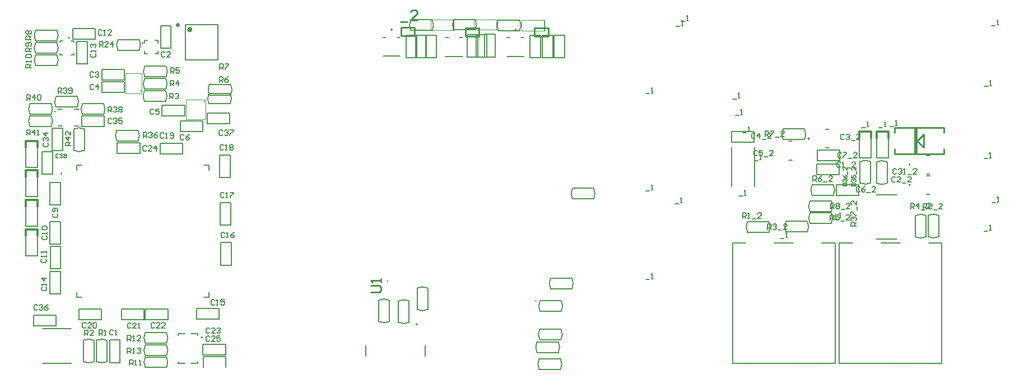
<source format=gto>
G04*
G04 #@! TF.GenerationSoftware,Altium Limited,Altium Designer,23.6.0 (18)*
G04*
G04 Layer_Color=65535*
%FSLAX44Y44*%
%MOMM*%
G71*
G04*
G04 #@! TF.SameCoordinates,A137800D-7D6B-43E2-A44D-125AE26CC9B3*
G04*
G04*
G04 #@! TF.FilePolarity,Positive*
G04*
G01*
G75*
%ADD10C,0.2000*%
%ADD11C,0.1500*%
%ADD12C,0.1270*%
%ADD13C,0.1250*%
%ADD14C,0.2500*%
%ADD15C,0.2540*%
%ADD16C,0.3500*%
%ADD17C,0.1000*%
%ADD18C,0.1524*%
%ADD19R,0.5000X4.0000*%
D10*
X961266Y781689D02*
G03*
X961266Y765788I16149J-7950D01*
G01*
X993564D02*
G03*
X993564Y781689I-16149J7950D01*
G01*
X1026266Y782439D02*
G03*
X1026266Y766538I16149J-7950D01*
G01*
X1058564D02*
G03*
X1058564Y782439I-16149J7950D01*
G01*
X1093516Y781439D02*
G03*
X1093516Y765538I16149J-7950D01*
G01*
X1125814D02*
G03*
X1125814Y781439I-16149J7950D01*
G01*
X942715Y324339D02*
G03*
X958615Y324339I7950J16149D01*
G01*
Y356637D02*
G03*
X942715Y356637I-7950J-16149D01*
G01*
X912965Y325589D02*
G03*
X928865Y325589I7950J16149D01*
G01*
Y357887D02*
G03*
X912965Y357887I-7950J-16149D01*
G01*
X1205516Y526939D02*
G03*
X1205516Y511038I16149J-7950D01*
G01*
X1237814D02*
G03*
X1237814Y526939I-16149J7950D01*
G01*
X1156016Y314189D02*
G03*
X1156016Y298288I16149J-7950D01*
G01*
X1188314D02*
G03*
X1188314Y314189I-16149J7950D01*
G01*
X1152016Y294689D02*
G03*
X1152016Y278788I16149J-7950D01*
G01*
X1184314D02*
G03*
X1184314Y294689I-16149J7950D01*
G01*
X1188814Y341038D02*
G03*
X1188814Y356939I-16149J7950D01*
G01*
X1156516D02*
G03*
X1156516Y341038I16149J-7950D01*
G01*
X970965Y343839D02*
G03*
X986865Y343839I7950J16149D01*
G01*
Y376137D02*
G03*
X970965Y376137I-7950J-16149D01*
G01*
X1187564Y253288D02*
G03*
X1187564Y269188I-16149J7950D01*
G01*
X1155266D02*
G03*
X1155266Y253288I16149J-7950D01*
G01*
X933165Y766988D02*
G03*
X933165Y766988I-1000J0D01*
G01*
X1027415Y766488D02*
G03*
X1027415Y766488I-1000J0D01*
G01*
X1120415Y766738D02*
G03*
X1120415Y766738I-1000J0D01*
G01*
X971065Y321188D02*
G03*
X971065Y321188I-1000J0D01*
G01*
X1204814Y375038D02*
G03*
X1204814Y390939I-16149J7950D01*
G01*
X1172516D02*
G03*
X1172516Y375038I16149J-7950D01*
G01*
X1563450Y602250D02*
G03*
X1563450Y602250I-1000J0D01*
G01*
X1507450Y584000D02*
G03*
X1507450Y584000I-1000J0D01*
G01*
X1502399Y460550D02*
G03*
X1502399Y476450I-16149J7950D01*
G01*
X1470101D02*
G03*
X1470101Y460550I16149J-7950D01*
G01*
X1560649Y461050D02*
G03*
X1560649Y476950I-16149J7950D01*
G01*
X1528351D02*
G03*
X1528351Y461050I16149J-7950D01*
G01*
X1564601Y489700D02*
G03*
X1564601Y473800I16149J-7950D01*
G01*
X1596899D02*
G03*
X1596899Y489700I-16149J7950D01*
G01*
X1600149Y516550D02*
G03*
X1600149Y532450I-16149J7950D01*
G01*
X1567851D02*
G03*
X1567851Y516550I16149J-7950D01*
G01*
X1524101Y616700D02*
G03*
X1524101Y600800I16149J-7950D01*
G01*
X1556399D02*
G03*
X1556399Y616700I-16149J7950D01*
G01*
X1564601Y507950D02*
G03*
X1564601Y492050I16149J-7950D01*
G01*
X1596899D02*
G03*
X1596899Y507950I-16149J7950D01*
G01*
X1681200Y566899D02*
G03*
X1665300Y566899I-7950J-16149D01*
G01*
Y534601D02*
G03*
X1681200Y534601I7950J16149D01*
G01*
X1656200Y567399D02*
G03*
X1640300Y567399I-7950J-16149D01*
G01*
Y535101D02*
G03*
X1656200Y535101I7950J16149D01*
G01*
X1716100Y532000D02*
G03*
X1716100Y532000I-1000J0D01*
G01*
X1715950Y562750D02*
G03*
X1715950Y562750I-1000J0D01*
G01*
X1743300Y453851D02*
G03*
X1759200Y453851I7950J16149D01*
G01*
Y486149D02*
G03*
X1743300Y486149I-7950J-16149D01*
G01*
X1740200Y485899D02*
G03*
X1724300Y485899I-7950J-16149D01*
G01*
Y453601D02*
G03*
X1740200Y453601I7950J16149D01*
G01*
X656101Y670700D02*
G03*
X656101Y654800I16149J-7950D01*
G01*
X688399D02*
G03*
X688399Y670700I-16149J7950D01*
G01*
X434100Y549500D02*
G03*
X434100Y549500I-1000J0D01*
G01*
X464851Y654700D02*
G03*
X464851Y638800I16149J-7950D01*
G01*
X497149D02*
G03*
X497149Y654700I-16149J7950D01*
G01*
X550899Y736050D02*
G03*
X550899Y751950I-16149J7950D01*
G01*
X518601D02*
G03*
X518601Y736050I16149J-7950D01*
G01*
X467950Y616649D02*
G03*
X452050Y616649I-7950J-16149D01*
G01*
Y584351D02*
G03*
X467950Y584351I7950J16149D01*
G01*
X424851Y665700D02*
G03*
X424851Y649800I16149J-7950D01*
G01*
X457149D02*
G03*
X457149Y665700I-16149J7950D01*
G01*
X385601Y636450D02*
G03*
X385601Y620550I16149J-7950D01*
G01*
X417899D02*
G03*
X417899Y636450I-16149J7950D01*
G01*
X385601Y654950D02*
G03*
X385601Y639050I16149J-7950D01*
G01*
X417899D02*
G03*
X417899Y654950I-16149J7950D01*
G01*
X656851Y683950D02*
G03*
X656851Y668050I16149J-7950D01*
G01*
X689149D02*
G03*
X689149Y683950I-16149J7950D01*
G01*
X592149Y274300D02*
G03*
X592149Y290200I-16149J7950D01*
G01*
X559851D02*
G03*
X559851Y274300I16149J-7950D01*
G01*
X592149Y256050D02*
G03*
X592149Y271950I-16149J7950D01*
G01*
X559851D02*
G03*
X559851Y256050I16149J-7950D01*
G01*
X646400Y301290D02*
G03*
X646400Y301290I-1000J0D01*
G01*
X559851Y308700D02*
G03*
X559851Y292800I16149J-7950D01*
G01*
X592149D02*
G03*
X592149Y308700I-16149J7950D01*
G01*
X445503Y754500D02*
G03*
X445503Y754500I-1000J0D01*
G01*
X426402Y731550D02*
G03*
X426402Y747450I-16149J7950D01*
G01*
X394104D02*
G03*
X394104Y731550I16149J-7950D01*
G01*
X426399Y712800D02*
G03*
X426399Y728700I-16149J7950D01*
G01*
X394101D02*
G03*
X394101Y712800I16149J-7950D01*
G01*
X426399Y750300D02*
G03*
X426399Y766200I-16149J7950D01*
G01*
X394101D02*
G03*
X394101Y750300I16149J-7950D01*
G01*
X591399Y695550D02*
G03*
X591399Y711450I-16149J7950D01*
G01*
X559101D02*
G03*
X559101Y695550I16149J-7950D01*
G01*
X590899Y658550D02*
G03*
X590899Y674450I-16149J7950D01*
G01*
X558601D02*
G03*
X558601Y658550I16149J-7950D01*
G01*
X591149Y677050D02*
G03*
X591149Y692950I-16149J7950D01*
G01*
X558851D02*
G03*
X558851Y677050I16149J-7950D01*
G01*
X549149Y598800D02*
G03*
X549149Y614700I-16149J7950D01*
G01*
X516851D02*
G03*
X516851Y598800I16149J-7950D01*
G01*
X501950Y297149D02*
G03*
X486050Y297149I-7950J-16149D01*
G01*
Y264851D02*
G03*
X501950Y264851I7950J16149D01*
G01*
X482450Y297149D02*
G03*
X466550Y297149I-7950J-16149D01*
G01*
Y264851D02*
G03*
X482450Y264851I7950J16149D01*
G01*
X983665Y758488D02*
X999665D01*
X983665Y724488D02*
Y758488D01*
Y724488D02*
X999665D01*
Y758488D01*
X954415Y724488D02*
X970415D01*
Y758488D01*
X954415D02*
X970415D01*
X954415Y724488D02*
Y758488D01*
X968415Y724488D02*
X984415D01*
Y758488D01*
X968415D02*
X984415D01*
X968415Y724488D02*
Y758488D01*
X1075915Y725488D02*
Y759488D01*
X1059915Y725488D02*
X1075915D01*
X1059915D02*
Y759488D01*
X1075915D01*
X1062665Y725238D02*
Y759238D01*
X1046665Y725238D02*
X1062665D01*
X1046665D02*
Y759238D01*
X1062665D01*
X1072665Y725738D02*
Y759738D01*
X1088665D01*
Y725738D02*
Y759738D01*
X1072665Y725738D02*
X1088665D01*
X1178165Y758488D02*
X1194165D01*
X1178165Y724488D02*
Y758488D01*
Y724488D02*
X1194165D01*
Y758488D01*
X1141665Y724488D02*
X1157665D01*
Y758488D01*
X1141665D02*
X1157665D01*
X1141665Y724488D02*
Y758488D01*
X1159915Y758488D02*
X1175915D01*
X1159915Y724488D02*
Y758488D01*
Y724488D02*
X1175915D01*
Y758488D01*
X961415Y765738D02*
X993415D01*
X961415Y781738D02*
X993415D01*
X1026415Y766488D02*
X1058415D01*
X1026415Y782488D02*
X1058415D01*
X1093665Y765488D02*
X1125665D01*
X1093665Y781488D02*
X1125665D01*
X942665Y324488D02*
Y356488D01*
X958665Y324488D02*
Y356488D01*
X912915Y325738D02*
Y357738D01*
X928915Y325738D02*
Y357738D01*
X1205665Y510988D02*
X1237665D01*
X1205665Y526988D02*
X1237665D01*
X1156165Y314238D02*
X1188165D01*
X1156165Y298238D02*
X1188165D01*
X1152165Y294738D02*
X1184165D01*
X1152165Y278738D02*
X1184165D01*
X1156665Y340988D02*
X1188665D01*
X1156665Y356988D02*
X1188665D01*
X970915Y343988D02*
Y375988D01*
X986915Y343988D02*
Y375988D01*
X1155415Y253238D02*
X1187415D01*
X1155415Y269238D02*
X1187415D01*
X1172665Y390988D02*
X1204665D01*
X1172665Y374988D02*
X1204665D01*
X1575000Y564000D02*
X1609000D01*
Y548000D02*
Y564000D01*
X1575000Y548000D02*
X1609000D01*
X1575000D02*
Y564000D01*
X1445750Y596500D02*
X1479750D01*
X1445750D02*
Y612500D01*
X1479750D01*
Y596500D02*
Y612500D01*
X1604500Y532250D02*
X1638500D01*
Y516250D02*
Y532250D01*
X1604500Y516250D02*
X1638500D01*
X1604500D02*
Y532250D01*
X1575750Y568750D02*
Y584750D01*
Y568750D02*
X1609750D01*
Y584750D01*
X1575750D02*
X1609750D01*
X1639250Y572750D02*
X1657250D01*
X1639250D02*
Y602750D01*
X1657250Y572750D02*
Y602750D01*
X1665250Y572750D02*
X1683250D01*
X1665250D02*
Y602750D01*
X1683250Y572750D02*
Y602750D01*
X1470250Y476500D02*
X1502250D01*
X1470250Y460500D02*
X1502250D01*
X1528500Y477000D02*
X1560500D01*
X1528500Y461000D02*
X1560500D01*
X1564750Y473750D02*
X1596750D01*
X1564750Y489750D02*
X1596750D01*
X1568000Y532500D02*
X1600000D01*
X1568000Y516500D02*
X1600000D01*
X1524250Y600750D02*
X1556250D01*
X1524250Y616750D02*
X1556250D01*
X1564750Y492000D02*
X1596750D01*
X1564750Y508000D02*
X1596750D01*
X1665250Y534750D02*
Y566750D01*
X1681250Y534750D02*
Y566750D01*
X1640250Y535250D02*
Y567250D01*
X1656250Y535250D02*
Y567250D01*
X1759250Y454000D02*
Y486000D01*
X1743250Y454000D02*
Y486000D01*
X1724250Y453750D02*
Y485750D01*
X1740250Y453750D02*
Y485750D01*
X404250Y548250D02*
Y582250D01*
X420250D01*
Y548250D02*
Y582250D01*
X404250Y548250D02*
X420250D01*
X653250Y624500D02*
X687250D01*
X653250D02*
Y640500D01*
X687250D01*
Y624500D02*
Y640500D01*
X391250Y335250D02*
X425250D01*
Y319250D02*
Y335250D01*
X391250Y319250D02*
X425250D01*
X391250D02*
Y335250D01*
X656250Y654750D02*
X688250D01*
X656250Y670750D02*
X688250D01*
X583000Y739000D02*
X599000D01*
Y773000D01*
X583000D02*
X599000D01*
X583000Y739000D02*
Y773000D01*
X416000Y501500D02*
Y535500D01*
X432000D01*
Y501500D02*
Y535500D01*
X416000Y501500D02*
X432000D01*
X456250Y715000D02*
Y749000D01*
X472250D01*
Y715000D02*
Y749000D01*
X456250Y715000D02*
X472250D01*
X379000Y558750D02*
X397000D01*
X379000D02*
Y588750D01*
X397000Y558750D02*
Y588750D01*
X379500Y469750D02*
X397500D01*
X379500D02*
Y499750D01*
X397500Y469750D02*
Y499750D01*
X379250Y514250D02*
X397250D01*
X379250D02*
Y544250D01*
X397250Y514250D02*
Y544250D01*
X379500Y425000D02*
X397500D01*
X379500D02*
Y455000D01*
X397500Y425000D02*
Y455000D01*
X465000Y638750D02*
X497000D01*
X465000Y654750D02*
X497000D01*
X464250Y620500D02*
X498250D01*
X464250D02*
Y636500D01*
X498250D01*
Y620500D02*
Y636500D01*
X518750Y752000D02*
X550750D01*
X518750Y736000D02*
X550750D01*
X419000Y584250D02*
Y618250D01*
X435000D01*
Y584250D02*
Y618250D01*
X419000Y584250D02*
X435000D01*
X452000Y584500D02*
Y616500D01*
X468000Y584500D02*
Y616500D01*
X425000Y649750D02*
X457000D01*
X425000Y665750D02*
X457000D01*
X385750Y620500D02*
X417750D01*
X385750Y636500D02*
X417750D01*
X385750Y639000D02*
X417750D01*
X385750Y655000D02*
X417750D01*
X657000Y668000D02*
X689000D01*
X657000Y684000D02*
X689000D01*
X647500Y256250D02*
Y272250D01*
X681500D01*
Y256250D02*
Y272250D01*
X647250Y275000D02*
X681250D01*
X647250D02*
Y291000D01*
X681250D01*
Y275000D02*
Y291000D01*
X560000Y290250D02*
X592000D01*
X560000Y274250D02*
X592000D01*
X560000Y272000D02*
X592000D01*
X560000Y256000D02*
X592000D01*
X560000Y292750D02*
X592000D01*
X560000Y308750D02*
X592000D01*
X484250Y752500D02*
Y768500D01*
X450250D02*
X484250D01*
X450250Y752500D02*
Y768500D01*
Y752500D02*
X484250D01*
X394253Y747500D02*
X426253D01*
X394253Y731500D02*
X426253D01*
X394250Y728750D02*
X426250D01*
X394250Y712750D02*
X426250D01*
X394250Y766250D02*
X426250D01*
X394250Y750250D02*
X426250D01*
X559250Y711500D02*
X591250D01*
X559250Y695500D02*
X591250D01*
X494500Y672500D02*
Y688500D01*
Y672500D02*
X528500D01*
Y688500D01*
X494500D02*
X528500D01*
X494500Y690750D02*
Y706750D01*
Y690750D02*
X528500D01*
Y706750D01*
X494500D02*
X528500D01*
X558750Y674500D02*
X590750D01*
X558750Y658500D02*
X590750D01*
X559000Y693000D02*
X591000D01*
X559000Y677000D02*
X591000D01*
X585500Y636500D02*
Y652500D01*
Y636500D02*
X619500D01*
Y652500D01*
X585500D02*
X619500D01*
X613000Y613000D02*
Y629000D01*
Y613000D02*
X647000D01*
Y629000D01*
X613000D02*
X647000D01*
X517000Y614750D02*
X549000D01*
X517000Y598750D02*
X549000D01*
X551750Y579500D02*
Y595500D01*
X517750D02*
X551750D01*
X517750Y579500D02*
Y595500D01*
Y579500D02*
X551750D01*
X616250Y579250D02*
Y595250D01*
X582250D02*
X616250D01*
X582250Y579250D02*
Y595250D01*
Y579250D02*
X616250D01*
X459500Y328750D02*
Y344750D01*
Y328750D02*
X493500D01*
Y344750D01*
X459500D02*
X493500D01*
X416000Y367500D02*
X432000D01*
Y401500D01*
X416000D02*
X432000D01*
X416000Y367500D02*
Y401500D01*
X671250Y329500D02*
Y345500D01*
X637250D02*
X671250D01*
X637250Y329500D02*
Y345500D01*
Y329500D02*
X671250D01*
X560000Y328250D02*
Y344250D01*
Y328250D02*
X594000D01*
Y344250D01*
X560000D02*
X594000D01*
X523750Y328250D02*
Y344250D01*
Y328250D02*
X557750D01*
Y344250D01*
X523750D02*
X557750D01*
X674000Y410750D02*
X690000D01*
Y444750D01*
X674000D02*
X690000D01*
X674000Y410750D02*
Y444750D01*
X673000Y471250D02*
X689000D01*
Y505250D01*
X673000D02*
X689000D01*
X673000Y471250D02*
Y505250D01*
X672250Y543500D02*
X688250D01*
Y577500D01*
X672250D02*
X688250D01*
X672250Y543500D02*
Y577500D01*
X416000Y476500D02*
X432000D01*
X416000Y442500D02*
Y476500D01*
Y442500D02*
X432000D01*
Y476500D01*
X416250Y405250D02*
X432250D01*
Y439250D01*
X416250D02*
X432250D01*
X416250Y405250D02*
Y439250D01*
X620500Y774500D02*
X670000D01*
Y721500D02*
Y774500D01*
X620500Y721500D02*
X670000D01*
X620500D02*
Y774500D01*
X486000Y265000D02*
Y297000D01*
X502000Y265000D02*
Y297000D01*
X466500Y265000D02*
Y297000D01*
X482500Y265000D02*
Y297000D01*
X522000Y263500D02*
Y297500D01*
X506000Y263500D02*
X522000D01*
X506000D02*
Y297500D01*
X522000D01*
D11*
X556680Y746570D02*
G03*
X556680Y746570I-750J0D01*
G01*
X424500Y643000D02*
G03*
X424500Y643000I-750J0D01*
G01*
X1480760Y568927D02*
X1486092D01*
X1488758Y570260D02*
X1491424D01*
X1490091D01*
Y578257D01*
X1488758Y576924D01*
X1610836Y565582D02*
X1609503Y566915D01*
X1606837D01*
X1605504Y565582D01*
Y560251D01*
X1606837Y558918D01*
X1609503D01*
X1610836Y560251D01*
X1613502Y558918D02*
X1616168D01*
X1614835D01*
Y566915D01*
X1613502Y565582D01*
X1620166Y557585D02*
X1625498D01*
X1633495Y558918D02*
X1628164D01*
X1633495Y564249D01*
Y565582D01*
X1632163Y566915D01*
X1629497D01*
X1628164Y565582D01*
X1616420Y607332D02*
X1615087Y608665D01*
X1612421D01*
X1611088Y607332D01*
Y602001D01*
X1612421Y600668D01*
X1615087D01*
X1616420Y602001D01*
X1619086Y607332D02*
X1620418Y608665D01*
X1623084D01*
X1624417Y607332D01*
Y605999D01*
X1623084Y604666D01*
X1621751D01*
X1623084D01*
X1624417Y603334D01*
Y602001D01*
X1623084Y600668D01*
X1620418D01*
X1619086Y602001D01*
X1627083Y599335D02*
X1632415D01*
X1640412Y600668D02*
X1635080D01*
X1640412Y605999D01*
Y607332D01*
X1639079Y608665D01*
X1636413D01*
X1635080Y607332D01*
X1481920Y609082D02*
X1480587Y610415D01*
X1477921D01*
X1476588Y609082D01*
Y603751D01*
X1477921Y602418D01*
X1480587D01*
X1481920Y603751D01*
X1488584Y602418D02*
Y610415D01*
X1484586Y606417D01*
X1489917D01*
X1492583Y601085D02*
X1497914D01*
X1505912Y602418D02*
X1500580D01*
X1505912Y607749D01*
Y609082D01*
X1504579Y610415D01*
X1501913D01*
X1500580Y609082D01*
X1484920Y583082D02*
X1483587Y584415D01*
X1480921D01*
X1479588Y583082D01*
Y577751D01*
X1480921Y576418D01*
X1483587D01*
X1484920Y577751D01*
X1492917Y584415D02*
X1487585D01*
Y580416D01*
X1490251Y581749D01*
X1491584D01*
X1492917Y580416D01*
Y577751D01*
X1491584Y576418D01*
X1488918D01*
X1487585Y577751D01*
X1495583Y575085D02*
X1500914D01*
X1508912Y576418D02*
X1503580D01*
X1508912Y581749D01*
Y583082D01*
X1507579Y584415D01*
X1504913D01*
X1503580Y583082D01*
X1639920Y528454D02*
X1638587Y529786D01*
X1635921D01*
X1634588Y528454D01*
Y523122D01*
X1635921Y521789D01*
X1638587D01*
X1639920Y523122D01*
X1647917Y529786D02*
X1645251Y528454D01*
X1642586Y525788D01*
Y523122D01*
X1643918Y521789D01*
X1646584D01*
X1647917Y523122D01*
Y524455D01*
X1646584Y525788D01*
X1642586D01*
X1650583Y520456D02*
X1655915D01*
X1663912Y521789D02*
X1658580D01*
X1663912Y527121D01*
Y528454D01*
X1662579Y529786D01*
X1659913D01*
X1658580Y528454D01*
X1611920Y580082D02*
X1610587Y581415D01*
X1607921D01*
X1606588Y580082D01*
Y574751D01*
X1607921Y573418D01*
X1610587D01*
X1611920Y574751D01*
X1614586Y581415D02*
X1619917D01*
Y580082D01*
X1614586Y574751D01*
Y573418D01*
X1622583Y572085D02*
X1627914D01*
X1635912Y573418D02*
X1630580D01*
X1635912Y578749D01*
Y580082D01*
X1634579Y581415D01*
X1631913D01*
X1630580Y580082D01*
X1448168Y662335D02*
X1453500D01*
X1456166Y663668D02*
X1458832D01*
X1457499D01*
Y671665D01*
X1456166Y670332D01*
X1642918Y619085D02*
X1648250D01*
X1650916Y620418D02*
X1653582D01*
X1652249D01*
Y628415D01*
X1650916Y627082D01*
X1668918Y619085D02*
X1674250D01*
X1676916Y620418D02*
X1679582D01*
X1678249D01*
Y628415D01*
X1676916Y627082D01*
X1462755Y481668D02*
Y489665D01*
X1466753D01*
X1468086Y488332D01*
Y485667D01*
X1466753Y484333D01*
X1462755D01*
X1465420D02*
X1468086Y481668D01*
X1470752D02*
X1473418D01*
X1472085D01*
Y489665D01*
X1470752Y488332D01*
X1477416Y480335D02*
X1482748D01*
X1490746Y481668D02*
X1485414D01*
X1490746Y486999D01*
Y488332D01*
X1489413Y489665D01*
X1486747D01*
X1485414Y488332D01*
X1500588Y464918D02*
Y472915D01*
X1504587D01*
X1505920Y471582D01*
Y468917D01*
X1504587Y467584D01*
X1500588D01*
X1503254D02*
X1505920Y464918D01*
X1508586Y471582D02*
X1509918Y472915D01*
X1512584D01*
X1513917Y471582D01*
Y470249D01*
X1512584Y468917D01*
X1511251D01*
X1512584D01*
X1513917Y467584D01*
Y466251D01*
X1512584Y464918D01*
X1509918D01*
X1508586Y466251D01*
X1516583Y463585D02*
X1521915D01*
X1529912Y464918D02*
X1524580D01*
X1529912Y470249D01*
Y471582D01*
X1528579Y472915D01*
X1525913D01*
X1524580Y471582D01*
X1595088Y478918D02*
Y486915D01*
X1599087D01*
X1600420Y485582D01*
Y482916D01*
X1599087Y481584D01*
X1595088D01*
X1597754D02*
X1600420Y478918D01*
X1608417Y486915D02*
X1603085D01*
Y482916D01*
X1605751Y484249D01*
X1607084D01*
X1608417Y482916D01*
Y480251D01*
X1607084Y478918D01*
X1604418D01*
X1603085Y480251D01*
X1611083Y477585D02*
X1616414D01*
X1624412Y478918D02*
X1619080D01*
X1624412Y484249D01*
Y485582D01*
X1623079Y486915D01*
X1620413D01*
X1619080Y485582D01*
X1569088Y537668D02*
Y545665D01*
X1573087D01*
X1574420Y544332D01*
Y541666D01*
X1573087Y540334D01*
X1569088D01*
X1571754D02*
X1574420Y537668D01*
X1582417Y545665D02*
X1579751Y544332D01*
X1577086Y541666D01*
Y539001D01*
X1578418Y537668D01*
X1581084D01*
X1582417Y539001D01*
Y540334D01*
X1581084Y541666D01*
X1577086D01*
X1585083Y536335D02*
X1590415D01*
X1598412Y537668D02*
X1593080D01*
X1598412Y542999D01*
Y544332D01*
X1597079Y545665D01*
X1594413D01*
X1593080Y544332D01*
X1496588Y605418D02*
Y613415D01*
X1500587D01*
X1501920Y612082D01*
Y609417D01*
X1500587Y608083D01*
X1496588D01*
X1499254D02*
X1501920Y605418D01*
X1504586Y613415D02*
X1509917D01*
Y612082D01*
X1504586Y606751D01*
Y605418D01*
X1512583Y604085D02*
X1517914D01*
X1525912Y605418D02*
X1520580D01*
X1525912Y610749D01*
Y612082D01*
X1524579Y613415D01*
X1521913D01*
X1520580Y612082D01*
X1595838Y496168D02*
Y504165D01*
X1599837D01*
X1601170Y502832D01*
Y500167D01*
X1599837Y498834D01*
X1595838D01*
X1598504D02*
X1601170Y496168D01*
X1603835Y502832D02*
X1605168Y504165D01*
X1607834D01*
X1609167Y502832D01*
Y501499D01*
X1607834Y500167D01*
X1609167Y498834D01*
Y497501D01*
X1607834Y496168D01*
X1605168D01*
X1603835Y497501D01*
Y498834D01*
X1605168Y500167D01*
X1603835Y501499D01*
Y502832D01*
X1605168Y500167D02*
X1607834D01*
X1611833Y494835D02*
X1617164D01*
X1625162Y496168D02*
X1619830D01*
X1625162Y501499D01*
Y502832D01*
X1623829Y504165D01*
X1621163D01*
X1619830Y502832D01*
X1633749Y530505D02*
X1627751D01*
Y533504D01*
X1628751Y534503D01*
X1630750D01*
X1631750Y533504D01*
Y530505D01*
Y532504D02*
X1633749Y534503D01*
X1628751Y536503D02*
X1627751Y537502D01*
Y539502D01*
X1628751Y540501D01*
X1629751D01*
X1630750Y539502D01*
Y538502D01*
Y539502D01*
X1631750Y540501D01*
X1632749D01*
X1633749Y539502D01*
Y537502D01*
X1632749Y536503D01*
X1627751Y546499D02*
Y542501D01*
X1630750D01*
X1629751Y544500D01*
Y545500D01*
X1630750Y546499D01*
X1632749D01*
X1633749Y545500D01*
Y543500D01*
X1632749Y542501D01*
X1634749Y548499D02*
Y552497D01*
X1633749Y558495D02*
Y554497D01*
X1629751Y558495D01*
X1628751D01*
X1627751Y557496D01*
Y555496D01*
X1628751Y554497D01*
X1620749Y530755D02*
X1614751D01*
Y533754D01*
X1615751Y534753D01*
X1617750D01*
X1618750Y533754D01*
Y530755D01*
Y532754D02*
X1620749Y534753D01*
X1615751Y536753D02*
X1614751Y537752D01*
Y539752D01*
X1615751Y540751D01*
X1616750D01*
X1617750Y539752D01*
Y538752D01*
Y539752D01*
X1618750Y540751D01*
X1619749D01*
X1620749Y539752D01*
Y537752D01*
X1619749Y536753D01*
X1614751Y546749D02*
X1615751Y544750D01*
X1617750Y542751D01*
X1619749D01*
X1620749Y543750D01*
Y545750D01*
X1619749Y546749D01*
X1618750D01*
X1617750Y545750D01*
Y542751D01*
X1621749Y548749D02*
Y552747D01*
X1620749Y558745D02*
Y554747D01*
X1616750Y558745D01*
X1615751D01*
X1614751Y557746D01*
Y555746D01*
X1615751Y554747D01*
X1463168Y611085D02*
X1468500D01*
X1471166Y612418D02*
X1473832D01*
X1472499D01*
Y620415D01*
X1471166Y619082D01*
X1451918Y637085D02*
X1457250D01*
X1459916Y638418D02*
X1462582D01*
X1461249D01*
Y646415D01*
X1459916Y645082D01*
X1361918Y771835D02*
X1367250D01*
X1369916Y773168D02*
X1372582D01*
X1371249D01*
Y781165D01*
X1369916Y779832D01*
X1839168Y772835D02*
X1844500D01*
X1847166Y774168D02*
X1849832D01*
X1848499D01*
Y782165D01*
X1847166Y780832D01*
X1360918Y503935D02*
X1366250D01*
X1368916Y505268D02*
X1371582D01*
X1370249D01*
Y513265D01*
X1368916Y511932D01*
X1839668Y505185D02*
X1845000D01*
X1847666Y506518D02*
X1850332D01*
X1848999D01*
Y514515D01*
X1847666Y513182D01*
X1519918Y451085D02*
X1525250D01*
X1527916Y452418D02*
X1530582D01*
X1529249D01*
Y460415D01*
X1527916Y459082D01*
X1457418Y515085D02*
X1462750D01*
X1465416Y516418D02*
X1468082D01*
X1466749D01*
Y524415D01*
X1465416Y523082D01*
X1600902Y480789D02*
X1606234D01*
X1608900Y482122D02*
X1611566D01*
X1610233D01*
Y490119D01*
X1608900Y488786D01*
X1316676Y389095D02*
X1322008D01*
X1324674Y390428D02*
X1327340D01*
X1326007D01*
Y398425D01*
X1324674Y397092D01*
X1828232Y681195D02*
X1833564D01*
X1836230Y682528D02*
X1838896D01*
X1837563D01*
Y690525D01*
X1836230Y689192D01*
X1316676Y523461D02*
X1322008D01*
X1324674Y524794D02*
X1327340D01*
X1326007D01*
Y532791D01*
X1324674Y531458D01*
X1316676Y670273D02*
X1322008D01*
X1324674Y671606D02*
X1327340D01*
X1326007D01*
Y679603D01*
X1324674Y678270D01*
X1827978Y571975D02*
X1833310D01*
X1835976Y573308D02*
X1838642D01*
X1837309D01*
Y581305D01*
X1835976Y579972D01*
X1370270Y779493D02*
X1375602D01*
X1378268Y780826D02*
X1380934D01*
X1379601D01*
Y788823D01*
X1378268Y787490D01*
X1827978Y462247D02*
X1833310D01*
X1835976Y463580D02*
X1838642D01*
X1837309D01*
Y471577D01*
X1835976Y470244D01*
X1693570Y543082D02*
X1692237Y544415D01*
X1689571D01*
X1688238Y543082D01*
Y537751D01*
X1689571Y536418D01*
X1692237D01*
X1693570Y537751D01*
X1701567Y536418D02*
X1696236D01*
X1701567Y541749D01*
Y543082D01*
X1700234Y544415D01*
X1697568D01*
X1696236Y543082D01*
X1704233Y535085D02*
X1709565D01*
X1717562Y536418D02*
X1712230D01*
X1717562Y541749D01*
Y543082D01*
X1716229Y544415D01*
X1713563D01*
X1712230Y543082D01*
X1695487Y555332D02*
X1694155Y556665D01*
X1691489D01*
X1690156Y555332D01*
Y550001D01*
X1691489Y548668D01*
X1694155D01*
X1695487Y550001D01*
X1698153Y555332D02*
X1699486Y556665D01*
X1702152D01*
X1703485Y555332D01*
Y553999D01*
X1702152Y552667D01*
X1700819D01*
X1702152D01*
X1703485Y551334D01*
Y550001D01*
X1702152Y548668D01*
X1699486D01*
X1698153Y550001D01*
X1706151Y548668D02*
X1708816D01*
X1707484D01*
Y556665D01*
X1706151Y555332D01*
X1712815Y547335D02*
X1718147D01*
X1726144Y548668D02*
X1720813D01*
X1726144Y553999D01*
Y555332D01*
X1724811Y556665D01*
X1722146D01*
X1720813Y555332D01*
X1735588Y495918D02*
Y503915D01*
X1739587D01*
X1740920Y502582D01*
Y499916D01*
X1739587Y498584D01*
X1735588D01*
X1738254D02*
X1740920Y495918D01*
X1748917D02*
X1743586D01*
X1748917Y501249D01*
Y502582D01*
X1747584Y503915D01*
X1744918D01*
X1743586Y502582D01*
X1751583Y494585D02*
X1756915D01*
X1764912Y495918D02*
X1759580D01*
X1764912Y501249D01*
Y502582D01*
X1763579Y503915D01*
X1760913D01*
X1759580Y502582D01*
X1716855Y496026D02*
Y504024D01*
X1720853D01*
X1722186Y502691D01*
Y500025D01*
X1720853Y498692D01*
X1716855D01*
X1719520D02*
X1722186Y496026D01*
X1728851D02*
Y504024D01*
X1724852Y500025D01*
X1730184D01*
X1732849Y494693D02*
X1738181D01*
X1746178Y496026D02*
X1740847D01*
X1746178Y501358D01*
Y502691D01*
X1744846Y504024D01*
X1742180D01*
X1740847Y502691D01*
X1634832Y470089D02*
X1626835D01*
Y474088D01*
X1628168Y475421D01*
X1630833D01*
X1632166Y474088D01*
Y470089D01*
Y472755D02*
X1634832Y475421D01*
X1628168Y478087D02*
X1626835Y479420D01*
Y482085D01*
X1628168Y483418D01*
X1629501D01*
X1630833Y482085D01*
Y480753D01*
Y482085D01*
X1632166Y483418D01*
X1633499D01*
X1634832Y482085D01*
Y479420D01*
X1633499Y478087D01*
X1626835Y486084D02*
Y491416D01*
X1628168D01*
X1633499Y486084D01*
X1634832D01*
X1636165Y494082D02*
Y499413D01*
X1634832Y507411D02*
Y502079D01*
X1629501Y507411D01*
X1628168D01*
X1626835Y506078D01*
Y503412D01*
X1628168Y502079D01*
X1685738Y620489D02*
X1691070D01*
X1693736Y621822D02*
X1696402D01*
X1695069D01*
Y629819D01*
X1693736Y628486D01*
X428751Y577999D02*
X427752Y578999D01*
X425752D01*
X424753Y577999D01*
Y574001D01*
X425752Y573001D01*
X427752D01*
X428751Y574001D01*
X430751Y577999D02*
X431750Y578999D01*
X433750D01*
X434749Y577999D01*
Y577000D01*
X433750Y576000D01*
X432750D01*
X433750D01*
X434749Y575000D01*
Y574001D01*
X433750Y573001D01*
X431750D01*
X430751Y574001D01*
X436749Y577999D02*
X437748Y578999D01*
X439748D01*
X440747Y577999D01*
Y577000D01*
X439748Y576000D01*
X440747Y575000D01*
Y574001D01*
X439748Y573001D01*
X437748D01*
X436749Y574001D01*
Y575000D01*
X437748Y576000D01*
X436749Y577000D01*
Y577999D01*
X437748Y576000D02*
X439748D01*
X677168Y613916D02*
X675835Y615249D01*
X673170D01*
X671837Y613916D01*
Y608584D01*
X673170Y607251D01*
X675835D01*
X677168Y608584D01*
X679834Y613916D02*
X681167Y615249D01*
X683833D01*
X685166Y613916D01*
Y612583D01*
X683833Y611250D01*
X682500D01*
X683833D01*
X685166Y609917D01*
Y608584D01*
X683833Y607251D01*
X681167D01*
X679834Y608584D01*
X687832Y615249D02*
X693163D01*
Y613916D01*
X687832Y608584D01*
Y607251D01*
X397000Y349565D02*
X395667Y350897D01*
X393001D01*
X391668Y349565D01*
Y344233D01*
X393001Y342900D01*
X395667D01*
X397000Y344233D01*
X399665Y349565D02*
X400998Y350897D01*
X403664D01*
X404997Y349565D01*
Y348232D01*
X403664Y346899D01*
X402331D01*
X403664D01*
X404997Y345566D01*
Y344233D01*
X403664Y342900D01*
X400998D01*
X399665Y344233D01*
X412994Y350897D02*
X410329Y349565D01*
X407663Y346899D01*
Y344233D01*
X408996Y342900D01*
X411662D01*
X412994Y344233D01*
Y345566D01*
X411662Y346899D01*
X407663D01*
X447499Y591587D02*
X439501D01*
Y595586D01*
X440834Y596918D01*
X443500D01*
X444833Y595586D01*
Y591587D01*
Y594253D02*
X447499Y596918D01*
Y603583D02*
X439501D01*
X443500Y599584D01*
Y604916D01*
X447499Y612913D02*
Y607582D01*
X442167Y612913D01*
X440834D01*
X439501Y611580D01*
Y608914D01*
X440834Y607582D01*
X380670Y607501D02*
Y615499D01*
X384668D01*
X386001Y614166D01*
Y611500D01*
X384668Y610167D01*
X380670D01*
X383335D02*
X386001Y607501D01*
X392666D02*
Y615499D01*
X388667Y611500D01*
X393999D01*
X396665Y607501D02*
X399330D01*
X397998D01*
Y615499D01*
X396665Y614166D01*
X381087Y660501D02*
Y668499D01*
X385085D01*
X386418Y667166D01*
Y664500D01*
X385085Y663167D01*
X381087D01*
X383753D02*
X386418Y660501D01*
X393083D02*
Y668499D01*
X389084Y664500D01*
X394416D01*
X397082Y667166D02*
X398414Y668499D01*
X401080D01*
X402413Y667166D01*
Y661834D01*
X401080Y660501D01*
X398414D01*
X397082Y661834D01*
Y667166D01*
X428087Y670501D02*
Y678499D01*
X432085D01*
X433418Y677166D01*
Y674500D01*
X432085Y673167D01*
X428087D01*
X430753D02*
X433418Y670501D01*
X436084Y677166D02*
X437417Y678499D01*
X440083D01*
X441416Y677166D01*
Y675833D01*
X440083Y674500D01*
X438750D01*
X440083D01*
X441416Y673167D01*
Y671834D01*
X440083Y670501D01*
X437417D01*
X436084Y671834D01*
X444082D02*
X445415Y670501D01*
X448080D01*
X449413Y671834D01*
Y677166D01*
X448080Y678499D01*
X445415D01*
X444082Y677166D01*
Y675833D01*
X445415Y674500D01*
X449413D01*
X503837Y642251D02*
Y650249D01*
X507836D01*
X509168Y648916D01*
Y646250D01*
X507836Y644917D01*
X503837D01*
X506503D02*
X509168Y642251D01*
X511834Y648916D02*
X513167Y650249D01*
X515833D01*
X517166Y648916D01*
Y647583D01*
X515833Y646250D01*
X514500D01*
X515833D01*
X517166Y644917D01*
Y643584D01*
X515833Y642251D01*
X513167D01*
X511834Y643584D01*
X519832Y648916D02*
X521165Y650249D01*
X523830D01*
X525163Y648916D01*
Y647583D01*
X523830Y646250D01*
X525163Y644917D01*
Y643584D01*
X523830Y642251D01*
X521165D01*
X519832Y643584D01*
Y644917D01*
X521165Y646250D01*
X519832Y647583D01*
Y648916D01*
X521165Y646250D02*
X523830D01*
X557087Y603751D02*
Y611749D01*
X561086D01*
X562418Y610416D01*
Y607750D01*
X561086Y606417D01*
X557087D01*
X559753D02*
X562418Y603751D01*
X565084Y610416D02*
X566417Y611749D01*
X569083D01*
X570416Y610416D01*
Y609083D01*
X569083Y607750D01*
X567750D01*
X569083D01*
X570416Y606417D01*
Y605084D01*
X569083Y603751D01*
X566417D01*
X565084Y605084D01*
X578413Y611749D02*
X575747Y610416D01*
X573082Y607750D01*
Y605084D01*
X574414Y603751D01*
X577080D01*
X578413Y605084D01*
Y606417D01*
X577080Y607750D01*
X573082D01*
X490837Y741001D02*
Y748999D01*
X494836D01*
X496168Y747666D01*
Y745000D01*
X494836Y743667D01*
X490837D01*
X493503D02*
X496168Y741001D01*
X504166D02*
X498834D01*
X504166Y746333D01*
Y747666D01*
X502833Y748999D01*
X500167D01*
X498834Y747666D01*
X510830Y741001D02*
Y748999D01*
X506832Y745000D01*
X512163D01*
X533003Y277501D02*
Y285499D01*
X537002D01*
X538335Y284166D01*
Y281500D01*
X537002Y280167D01*
X533003D01*
X535669D02*
X538335Y277501D01*
X541001D02*
X543666D01*
X542334D01*
Y285499D01*
X541001Y284166D01*
X547665D02*
X548998Y285499D01*
X551664D01*
X552997Y284166D01*
Y282833D01*
X551664Y281500D01*
X550331D01*
X551664D01*
X552997Y280167D01*
Y278834D01*
X551664Y277501D01*
X548998D01*
X547665Y278834D01*
X533003Y296251D02*
Y304249D01*
X537002D01*
X538335Y302916D01*
Y300250D01*
X537002Y298917D01*
X533003D01*
X535669D02*
X538335Y296251D01*
X541001D02*
X543666D01*
X542333D01*
Y304249D01*
X541001Y302916D01*
X552997Y296251D02*
X547665D01*
X552997Y301583D01*
Y302916D01*
X551664Y304249D01*
X548998D01*
X547665Y302916D01*
X536336Y259501D02*
Y267499D01*
X540335D01*
X541668Y266166D01*
Y263500D01*
X540335Y262167D01*
X536336D01*
X539002D02*
X541668Y259501D01*
X544334D02*
X546999D01*
X545667D01*
Y267499D01*
X544334Y266166D01*
X550998Y259501D02*
X553664D01*
X552331D01*
Y267499D01*
X550998Y266166D01*
X387749Y709503D02*
X379751D01*
Y713502D01*
X381084Y714835D01*
X383750D01*
X385083Y713502D01*
Y709503D01*
Y712169D02*
X387749Y714835D01*
Y717501D02*
Y720166D01*
Y718834D01*
X379751D01*
X381084Y717501D01*
Y724165D02*
X379751Y725498D01*
Y728164D01*
X381084Y729497D01*
X386416D01*
X387749Y728164D01*
Y725498D01*
X386416Y724165D01*
X381084D01*
X387502Y733835D02*
X379505D01*
Y737834D01*
X380837Y739167D01*
X383503D01*
X384836Y737834D01*
Y733835D01*
Y736501D02*
X387502Y739167D01*
X386169Y741833D02*
X387502Y743166D01*
Y745832D01*
X386169Y747164D01*
X380837D01*
X379505Y745832D01*
Y743166D01*
X380837Y741833D01*
X382170D01*
X383503Y743166D01*
Y747164D01*
X387749Y752085D02*
X379751D01*
Y756084D01*
X381084Y757417D01*
X383750D01*
X385083Y756084D01*
Y752085D01*
Y754751D02*
X387749Y757417D01*
X381084Y760083D02*
X379751Y761416D01*
Y764082D01*
X381084Y765415D01*
X382417D01*
X383750Y764082D01*
X385083Y765415D01*
X386416D01*
X387749Y764082D01*
Y761416D01*
X386416Y760083D01*
X385083D01*
X383750Y761416D01*
X382417Y760083D01*
X381084D01*
X383750Y761416D02*
Y764082D01*
X672586Y707001D02*
Y714999D01*
X676584D01*
X677917Y713666D01*
Y711000D01*
X676584Y709667D01*
X672586D01*
X675251D02*
X677917Y707001D01*
X680583Y714999D02*
X685915D01*
Y713666D01*
X680583Y708334D01*
Y707001D01*
X672085Y687501D02*
Y695499D01*
X676084D01*
X677417Y694166D01*
Y691500D01*
X676084Y690167D01*
X672085D01*
X674751D02*
X677417Y687501D01*
X685415Y695499D02*
X682749Y694166D01*
X680083Y691500D01*
Y688834D01*
X681416Y687501D01*
X684082D01*
X685415Y688834D01*
Y690167D01*
X684082Y691500D01*
X680083D01*
X598335Y701001D02*
Y708999D01*
X602334D01*
X603667Y707666D01*
Y705000D01*
X602334Y703667D01*
X598335D01*
X601001D02*
X603667Y701001D01*
X611665Y708999D02*
X606333D01*
Y705000D01*
X608999Y706333D01*
X610332D01*
X611665Y705000D01*
Y702334D01*
X610332Y701001D01*
X607666D01*
X606333Y702334D01*
X597836Y682001D02*
Y689999D01*
X601834D01*
X603167Y688666D01*
Y686000D01*
X601834Y684667D01*
X597836D01*
X600501D02*
X603167Y682001D01*
X609832D02*
Y689999D01*
X605833Y686000D01*
X611165D01*
X597085Y662501D02*
Y670499D01*
X601084D01*
X602417Y669166D01*
Y666500D01*
X601084Y665167D01*
X597085D01*
X599751D02*
X602417Y662501D01*
X605083Y669166D02*
X606416Y670499D01*
X609082D01*
X610415Y669166D01*
Y667833D01*
X609082Y666500D01*
X607749D01*
X609082D01*
X610415Y665167D01*
Y663834D01*
X609082Y662501D01*
X606416D01*
X605083Y663834D01*
X468335Y304501D02*
Y312499D01*
X472334D01*
X473667Y311166D01*
Y308500D01*
X472334Y307167D01*
X468335D01*
X471001D02*
X473667Y304501D01*
X481665D02*
X476333D01*
X481665Y309833D01*
Y311166D01*
X480332Y312499D01*
X477666D01*
X476333Y311166D01*
X489918Y304751D02*
Y312749D01*
X493917D01*
X495250Y311416D01*
Y308750D01*
X493917Y307417D01*
X489918D01*
X492584D02*
X495250Y304751D01*
X497916D02*
X500582D01*
X499249D01*
Y312749D01*
X497916Y311416D01*
X509168Y631416D02*
X507836Y632749D01*
X505170D01*
X503837Y631416D01*
Y626084D01*
X505170Y624751D01*
X507836D01*
X509168Y626084D01*
X511834Y631416D02*
X513167Y632749D01*
X515833D01*
X517166Y631416D01*
Y630083D01*
X515833Y628750D01*
X514500D01*
X515833D01*
X517166Y627417D01*
Y626084D01*
X515833Y624751D01*
X513167D01*
X511834Y626084D01*
X525163Y632749D02*
X519832D01*
Y628750D01*
X522497Y630083D01*
X523830D01*
X525163Y628750D01*
Y626084D01*
X523830Y624751D01*
X521165D01*
X519832Y626084D01*
X406834Y595668D02*
X405501Y594336D01*
Y591670D01*
X406834Y590337D01*
X412166D01*
X413499Y591670D01*
Y594336D01*
X412166Y595668D01*
X406834Y598334D02*
X405501Y599667D01*
Y602333D01*
X406834Y603666D01*
X408167D01*
X409500Y602333D01*
Y601000D01*
Y602333D01*
X410833Y603666D01*
X412166D01*
X413499Y602333D01*
Y599667D01*
X412166Y598334D01*
X413499Y610330D02*
X405501D01*
X409500Y606332D01*
Y611663D01*
X657418Y302166D02*
X656086Y303499D01*
X653420D01*
X652087Y302166D01*
Y296834D01*
X653420Y295501D01*
X656086D01*
X657418Y296834D01*
X665416Y295501D02*
X660084D01*
X665416Y300833D01*
Y302166D01*
X664083Y303499D01*
X661417D01*
X660084Y302166D01*
X673413Y303499D02*
X668082D01*
Y299500D01*
X670747Y300833D01*
X672080D01*
X673413Y299500D01*
Y296834D01*
X672080Y295501D01*
X669415D01*
X668082Y296834D01*
X561918Y590166D02*
X560586Y591499D01*
X557920D01*
X556587Y590166D01*
Y584834D01*
X557920Y583501D01*
X560586D01*
X561918Y584834D01*
X569916Y583501D02*
X564584D01*
X569916Y588833D01*
Y590166D01*
X568583Y591499D01*
X565917D01*
X564584Y590166D01*
X576580Y583501D02*
Y591499D01*
X572582Y587500D01*
X577913D01*
X657418Y314666D02*
X656086Y315999D01*
X653420D01*
X652087Y314666D01*
Y309334D01*
X653420Y308001D01*
X656086D01*
X657418Y309334D01*
X665416Y308001D02*
X660084D01*
X665416Y313333D01*
Y314666D01*
X664083Y315999D01*
X661417D01*
X660084Y314666D01*
X668082D02*
X669415Y315999D01*
X672080D01*
X673413Y314666D01*
Y313333D01*
X672080Y312000D01*
X670747D01*
X672080D01*
X673413Y310667D01*
Y309334D01*
X672080Y308001D01*
X669415D01*
X668082Y309334D01*
X573918Y322416D02*
X572585Y323749D01*
X569920D01*
X568587Y322416D01*
Y317084D01*
X569920Y315751D01*
X572585D01*
X573918Y317084D01*
X581916Y315751D02*
X576584D01*
X581916Y321083D01*
Y322416D01*
X580583Y323749D01*
X577917D01*
X576584Y322416D01*
X589913Y315751D02*
X584582D01*
X589913Y321083D01*
Y322416D01*
X588580Y323749D01*
X585914D01*
X584582Y322416D01*
X538501Y321916D02*
X537168Y323249D01*
X534503D01*
X533170Y321916D01*
Y316584D01*
X534503Y315251D01*
X537168D01*
X538501Y316584D01*
X546499Y315251D02*
X541167D01*
X546499Y320583D01*
Y321916D01*
X545166Y323249D01*
X542500D01*
X541167Y321916D01*
X549165Y315251D02*
X551830D01*
X550497D01*
Y323249D01*
X549165Y321916D01*
X470418Y322666D02*
X469085Y323999D01*
X466420D01*
X465087Y322666D01*
Y317334D01*
X466420Y316001D01*
X469085D01*
X470418Y317334D01*
X478416Y316001D02*
X473084D01*
X478416Y321333D01*
Y322666D01*
X477083Y323999D01*
X474417D01*
X473084Y322666D01*
X481082D02*
X482415Y323999D01*
X485080D01*
X486413Y322666D01*
Y317334D01*
X485080Y316001D01*
X482415D01*
X481082Y317334D01*
Y322666D01*
X588190Y609537D02*
X586857Y610869D01*
X584191D01*
X582858Y609537D01*
Y604205D01*
X584191Y602872D01*
X586857D01*
X588190Y604205D01*
X590855Y602872D02*
X593521D01*
X592188D01*
Y610869D01*
X590855Y609537D01*
X597520Y604205D02*
X598853Y602872D01*
X601519D01*
X602851Y604205D01*
Y609537D01*
X601519Y610869D01*
X598853D01*
X597520Y609537D01*
Y608204D01*
X598853Y606871D01*
X602851D01*
X678154Y591684D02*
X676821Y593017D01*
X674155D01*
X672822Y591684D01*
Y586353D01*
X674155Y585020D01*
X676821D01*
X678154Y586353D01*
X680819Y585020D02*
X683485D01*
X682152D01*
Y593017D01*
X680819Y591684D01*
X687484D02*
X688817Y593017D01*
X691483D01*
X692815Y591684D01*
Y590352D01*
X691483Y589019D01*
X692815Y587686D01*
Y586353D01*
X691483Y585020D01*
X688817D01*
X687484Y586353D01*
Y587686D01*
X688817Y589019D01*
X687484Y590352D01*
Y591684D01*
X688817Y589019D02*
X691483D01*
X678916Y519548D02*
X677583Y520881D01*
X674917D01*
X673584Y519548D01*
Y514217D01*
X674917Y512884D01*
X677583D01*
X678916Y514217D01*
X681581Y512884D02*
X684247D01*
X682914D01*
Y520881D01*
X681581Y519548D01*
X688246Y520881D02*
X693577D01*
Y519548D01*
X688246Y514217D01*
Y512884D01*
X679932Y459096D02*
X678599Y460429D01*
X675933D01*
X674600Y459096D01*
Y453765D01*
X675933Y452432D01*
X678599D01*
X679932Y453765D01*
X682597Y452432D02*
X685263D01*
X683930D01*
Y460429D01*
X682597Y459096D01*
X694594Y460429D02*
X691928Y459096D01*
X689262Y456431D01*
Y453765D01*
X690595Y452432D01*
X693261D01*
X694594Y453765D01*
Y455098D01*
X693261Y456431D01*
X689262D01*
X664835Y357416D02*
X663502Y358749D01*
X660836D01*
X659503Y357416D01*
Y352084D01*
X660836Y350751D01*
X663502D01*
X664835Y352084D01*
X667501Y350751D02*
X670166D01*
X668834D01*
Y358749D01*
X667501Y357416D01*
X679497Y358749D02*
X674165D01*
Y354750D01*
X676831Y356083D01*
X678164D01*
X679497Y354750D01*
Y352084D01*
X678164Y350751D01*
X675498D01*
X674165Y352084D01*
X404334Y377585D02*
X403001Y376252D01*
Y373586D01*
X404334Y372253D01*
X409666D01*
X410999Y373586D01*
Y376252D01*
X409666Y377585D01*
X410999Y380251D02*
Y382916D01*
Y381584D01*
X403001D01*
X404334Y380251D01*
X410999Y390914D02*
X403001D01*
X407000Y386915D01*
Y392247D01*
X478584Y730585D02*
X477251Y729252D01*
Y726586D01*
X478584Y725253D01*
X483916D01*
X485249Y726586D01*
Y729252D01*
X483916Y730585D01*
X485249Y733251D02*
Y735917D01*
Y734584D01*
X477251D01*
X478584Y733251D01*
Y739915D02*
X477251Y741248D01*
Y743914D01*
X478584Y745247D01*
X479917D01*
X481250Y743914D01*
Y742581D01*
Y743914D01*
X482583Y745247D01*
X483916D01*
X485249Y743914D01*
Y741248D01*
X483916Y739915D01*
X494585Y765416D02*
X493252Y766749D01*
X490586D01*
X489253Y765416D01*
Y760084D01*
X490586Y758751D01*
X493252D01*
X494585Y760084D01*
X497251Y758751D02*
X499916D01*
X498584D01*
Y766749D01*
X497251Y765416D01*
X509247Y758751D02*
X503915D01*
X509247Y764083D01*
Y765416D01*
X507914Y766749D01*
X505248D01*
X503915Y765416D01*
X403834Y420168D02*
X402501Y418835D01*
Y416169D01*
X403834Y414836D01*
X409166D01*
X410499Y416169D01*
Y418835D01*
X409166Y420168D01*
X410499Y422834D02*
Y425499D01*
Y424166D01*
X402501D01*
X403834Y422834D01*
X410499Y429498D02*
Y432164D01*
Y430831D01*
X402501D01*
X403834Y429498D01*
X404834Y455085D02*
X403501Y453752D01*
Y451086D01*
X404834Y449753D01*
X410166D01*
X411499Y451086D01*
Y453752D01*
X410166Y455085D01*
X411499Y457751D02*
Y460416D01*
Y459084D01*
X403501D01*
X404834Y457751D01*
Y464415D02*
X403501Y465748D01*
Y468414D01*
X404834Y469747D01*
X410166D01*
X411499Y468414D01*
Y465748D01*
X410166Y464415D01*
X404834D01*
X421084Y488667D02*
X419751Y487334D01*
Y484668D01*
X421084Y483335D01*
X426416D01*
X427749Y484668D01*
Y487334D01*
X426416Y488667D01*
Y491333D02*
X427749Y492666D01*
Y495332D01*
X426416Y496665D01*
X421084D01*
X419751Y495332D01*
Y492666D01*
X421084Y491333D01*
X422417D01*
X423750Y492666D01*
Y496665D01*
X618417Y606916D02*
X617084Y608249D01*
X614418D01*
X613086Y606916D01*
Y601584D01*
X614418Y600251D01*
X617084D01*
X618417Y601584D01*
X626414Y608249D02*
X623749Y606916D01*
X621083Y604250D01*
Y601584D01*
X622416Y600251D01*
X625082D01*
X626414Y601584D01*
Y602917D01*
X625082Y604250D01*
X621083D01*
X572917Y645666D02*
X571584Y646999D01*
X568918D01*
X567585Y645666D01*
Y640334D01*
X568918Y639001D01*
X571584D01*
X572917Y640334D01*
X580914Y646999D02*
X575583D01*
Y643000D01*
X578249Y644333D01*
X579582D01*
X580914Y643000D01*
Y640334D01*
X579582Y639001D01*
X576916D01*
X575583Y640334D01*
X481917Y682916D02*
X480584Y684249D01*
X477918D01*
X476586Y682916D01*
Y677584D01*
X477918Y676251D01*
X480584D01*
X481917Y677584D01*
X488582Y676251D02*
Y684249D01*
X484583Y680250D01*
X489915D01*
X481667Y701666D02*
X480334Y702999D01*
X477668D01*
X476335Y701666D01*
Y696334D01*
X477668Y695001D01*
X480334D01*
X481667Y696334D01*
X484333Y701666D02*
X485666Y702999D01*
X488332D01*
X489664Y701666D01*
Y700333D01*
X488332Y699000D01*
X486999D01*
X488332D01*
X489664Y697667D01*
Y696334D01*
X488332Y695001D01*
X485666D01*
X484333Y696334D01*
X589667Y732166D02*
X588334Y733499D01*
X585668D01*
X584336Y732166D01*
Y726834D01*
X585668Y725501D01*
X588334D01*
X589667Y726834D01*
X597664Y725501D02*
X592333D01*
X597664Y730833D01*
Y732166D01*
X596332Y733499D01*
X593666D01*
X592333Y732166D01*
X511808Y311719D02*
X510475Y313051D01*
X507809D01*
X506476Y311719D01*
Y306387D01*
X507809Y305054D01*
X510475D01*
X511808Y306387D01*
X514473Y305054D02*
X517139D01*
X515806D01*
Y313051D01*
X514473Y311719D01*
D12*
X630412Y767000D02*
G03*
X630412Y767000I-3162J0D01*
G01*
X629486D02*
G03*
X629486Y767000I-2236J0D01*
G01*
X628664D02*
G03*
X628664Y767000I-1414J0D01*
G01*
X628250D02*
G03*
X628250Y767000I-1000J0D01*
G01*
Y766000D02*
G03*
X628250Y766000I-1000J0D01*
G01*
X611486Y774000D02*
G03*
X611486Y774000I-2236J0D01*
G01*
X611250D02*
G03*
X611250Y774000I-1000J0D01*
G01*
X610250D02*
G03*
X610250Y774000I-1000J0D01*
G01*
X940365Y755188D02*
X945165D01*
X919165D02*
X923965D01*
X919165Y726788D02*
X945165D01*
X1013415Y726288D02*
X1039415D01*
X1013415Y754688D02*
X1018215D01*
X1034615D02*
X1039415D01*
X1127615Y754938D02*
X1132415D01*
X1106415D02*
X1111215D01*
X1106415Y726538D02*
X1132415D01*
X893365Y272888D02*
Y289688D01*
X982765Y272888D02*
Y289688D01*
X1588550Y616250D02*
X1593450D01*
X1588550Y588250D02*
X1593450D01*
X1532550Y598000D02*
X1537450D01*
X1532550Y570000D02*
X1537450D01*
X1447500Y262000D02*
X1602500D01*
X1447500D02*
Y444000D01*
X1602500Y262000D02*
Y444000D01*
X1510780D02*
X1539220D01*
X1447500D02*
X1467220D01*
X1582780D02*
X1602500D01*
X1445750Y529500D02*
Y589500D01*
X1480750Y529500D02*
Y589500D01*
X1744280Y444000D02*
X1764000D01*
X1609000D02*
X1628720D01*
X1672280D02*
X1700720D01*
X1764000Y262000D02*
Y444000D01*
X1609000Y262000D02*
Y444000D01*
Y262000D02*
X1764000D01*
X1741200Y518000D02*
X1746100D01*
X1741200Y546000D02*
X1746100D01*
X1741050Y548750D02*
X1745950D01*
X1741050Y576750D02*
X1745950D01*
X1664650Y450500D02*
X1695850D01*
X1664650Y517500D02*
X1695850D01*
X558720Y746770D02*
Y750780D01*
X562730D01*
X579140Y730360D02*
Y734370D01*
X575130Y730360D02*
X579140D01*
X558720D02*
Y734370D01*
Y730360D02*
X562730D01*
X579140Y746770D02*
Y750780D01*
X575130D02*
X579140D01*
X456500Y554100D02*
Y562000D01*
Y362000D02*
Y369900D01*
X656500Y554100D02*
Y562000D01*
Y362000D02*
Y369900D01*
X456500Y562000D02*
X464400D01*
X456500Y362000D02*
X464400D01*
X648600Y562000D02*
X656500D01*
X648600Y362000D02*
X656500D01*
X428750Y646500D02*
X434300D01*
X453200D02*
X458750D01*
X453200Y621500D02*
X458750D01*
X428750D02*
X434300D01*
X428750Y645950D02*
Y646500D01*
X458750Y645950D02*
Y646500D01*
Y621500D02*
Y622050D01*
X428750Y621500D02*
Y622050D01*
X639400Y305000D02*
Y307500D01*
X629400D02*
X639400D01*
X609400D02*
X619400D01*
X609400Y305000D02*
Y307500D01*
Y262500D02*
Y265000D01*
Y262500D02*
X619400D01*
X639400D02*
Y265000D01*
X629400Y262500D02*
X639400D01*
X431203Y729200D02*
X435203D01*
X431203D02*
Y731000D01*
X447803Y729200D02*
X451803D01*
Y731000D01*
Y748000D02*
Y749800D01*
X447803D02*
X451803D01*
X431203D02*
X435203D01*
X431203Y748000D02*
Y749800D01*
D13*
X1024915Y765988D02*
Y781988D01*
X991415D02*
X1026415D01*
Y765988D02*
Y781988D01*
X991415Y765988D02*
X1026415D01*
X991415D02*
Y781988D01*
X1025415Y765988D02*
Y781988D01*
X1090415Y766488D02*
Y782488D01*
X1056915D02*
X1091915D01*
Y766488D02*
Y782488D01*
X1056915Y766488D02*
X1091915D01*
X1056915D02*
Y782488D01*
X1090915Y766488D02*
Y782488D01*
X1162165Y765488D02*
Y781488D01*
X1128665D02*
X1163665D01*
Y765488D02*
Y781488D01*
X1128665Y765488D02*
X1163665D01*
X1128665D02*
Y781488D01*
X1162665Y765488D02*
Y781488D01*
D14*
X946665Y769988D02*
X967165D01*
Y757488D02*
Y769988D01*
X946665Y757488D02*
X967165D01*
X946665D02*
Y769988D01*
X1043656Y756922D02*
Y769422D01*
Y756922D02*
X1064156D01*
Y769422D01*
X1043656D02*
X1064156D01*
X1148415Y756738D02*
X1168915D01*
X1148415D02*
Y769238D01*
X1168915D01*
Y756738D02*
Y769238D01*
X1692250Y578750D02*
Y586250D01*
Y611250D02*
Y618750D01*
X1767250Y611250D02*
Y618750D01*
Y578750D02*
Y586250D01*
X1726750Y598750D02*
X1736750Y608750D01*
Y588750D02*
Y608750D01*
X1726750Y598750D02*
X1736750Y588750D01*
X1692250Y618750D02*
X1767250D01*
X1692250Y578750D02*
X1767250D01*
D15*
X1149415Y356988D02*
Y357238D01*
X925415Y386738D02*
Y386988D01*
X553000Y674250D02*
Y674500D01*
X648250Y658250D02*
Y658500D01*
X945598Y779025D02*
X955755D01*
X970990Y781564D02*
X960833D01*
X970990Y791721D01*
Y794260D01*
X968451Y796799D01*
X963372D01*
X960833Y794260D01*
X901047Y369581D02*
X913743D01*
X916283Y372121D01*
Y377199D01*
X913743Y379738D01*
X901047D01*
X916283Y384817D02*
Y389895D01*
Y387356D01*
X901047D01*
X903587Y384817D01*
D16*
X1657250Y602750D02*
Y612750D01*
X1639250Y602750D02*
Y612750D01*
X1639250D02*
X1657250D01*
X1683250Y602750D02*
Y612750D01*
X1665250Y602750D02*
Y612750D01*
X1665250D02*
X1683250D01*
X397000Y588750D02*
Y598750D01*
X379000Y588750D02*
Y598750D01*
X379000D02*
X397000D01*
X397500Y499750D02*
Y509750D01*
X379500Y499750D02*
Y509750D01*
X379500D02*
X397500D01*
X397250Y544250D02*
Y554250D01*
X379250Y544250D02*
Y554250D01*
X379250D02*
X397250D01*
X397500Y455000D02*
Y465000D01*
X379500Y455000D02*
Y465000D01*
X379500D02*
X397500D01*
D17*
X555000Y670500D02*
Y700500D01*
X530000Y670500D02*
X555000D01*
X530000D02*
Y700500D01*
X555000D01*
X621250Y631250D02*
Y661250D01*
Y631250D02*
X651250D01*
X621250Y661250D02*
X651250D01*
Y631250D02*
Y661250D01*
D18*
X404914Y262334D02*
X447586D01*
X404914Y315166D02*
X447586D01*
D19*
X1724753Y598750D02*
D03*
M02*

</source>
